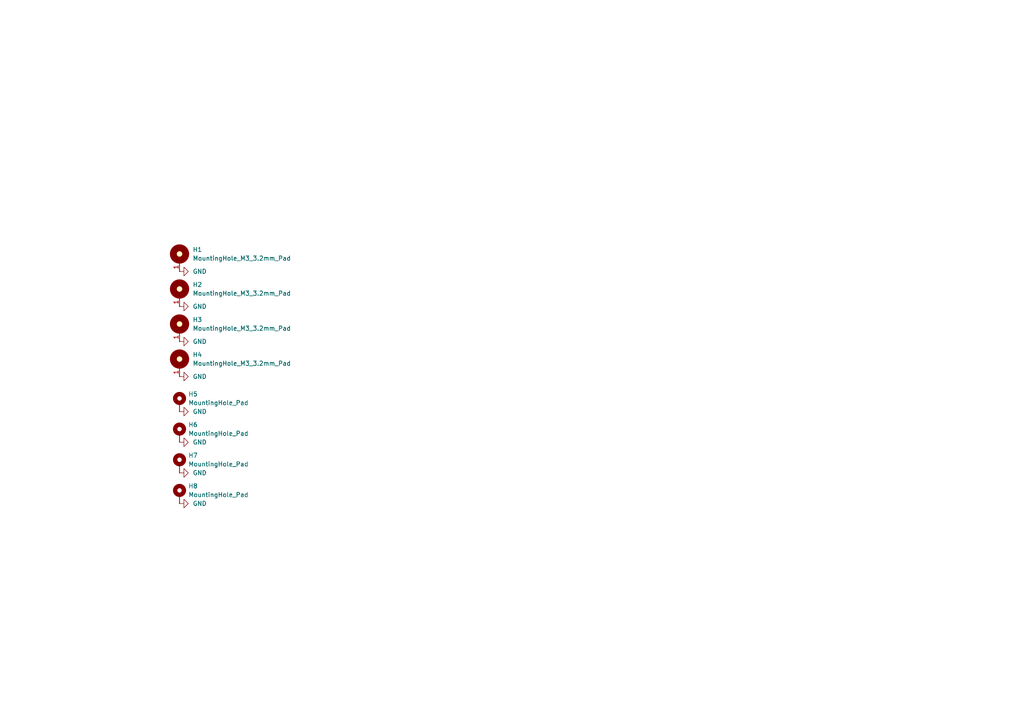
<source format=kicad_sch>
(kicad_sch (version 20231120) (generator "eeschema") (generator_version "8.0")
  (paper "A4")
  (lib_symbols
    (symbol "Mechanical:MountingHole_Pad" (pin_numbers hide) (pin_names (offset 1.016) hide) (exclude_from_sim yes) (in_bom no)
      (property "Reference" "H" (at 0 6.35 0))
      (property "Value" "MountingHole_Pad" (at 0 4.445 0))
      (symbol "MountingHole_Pad_0_1"
        (circle (center 0 1.27) (radius 1.27) (stroke (width 1.27)))
      )
      (symbol "MountingHole_Pad_1_1"
        (pin input line (at 0 -2.54 90) (length 2.54) (name "1") (number "1"))
      )
    )
    (symbol "PCM_SL_Mechanical:MountingHole_M3_3.2mm_Pad"
      (property "Reference" "H" (at 0 7.62 0))
      (property "Value" "MountingHole_M3_3.2mm_Pad" (at 0 5.08 0))
      (symbol "MountingHole_M3_3.2mm_Pad_0_1"
        (circle (center 0 0) (radius 1.27) (fill (type background)))
        (circle (center 0 0) (radius 1.7961) (stroke (width 2)))
      )
      (symbol "MountingHole_M3_3.2mm_Pad_1_1"
        (pin passive line (at 0 -5.08 90) (length 2.54) (name "") (number "1"))
      )
    )
    (symbol "power:GND" (power) (pin_numbers hide) (pin_names (offset 0) hide)
      (property "Value" "GND" (at 0 -3.81 0))
      (symbol "GND_0_1"
        (polyline (pts (xy 0 0) (xy 0 -1.27) (xy 1.27 -1.27) (xy 0 -2.54) (xy -1.27 -1.27) (xy 0 -1.27)))
      )
      (symbol "GND_1_1"
        (pin power_in line (at 0 0 270) (length 0) (name "~") (number "1"))
      )
    )
  )
  (symbol (lib_id "Mechanical:MountingHole_Pad") (at 52.07 143.51 0) (unit 1) (exclude_from_sim yes) (in_bom no)
    (property "Reference" "H8" (at 54.61 140.9699 0) (effects (justify left)))
    (property "Value" "MountingHole_Pad" (at 54.61 143.5099 0) (effects (justify left)))
    (property "Footprint" "MountingHole:MountingHole_2.2mm_M2_ISO7380_Pad" (effects (hide yes)))
    (property "Description" "Mounting Hole with connection" (effects (hide yes)))
  )
  (symbol (lib_id "power:GND") (at 52.07 88.9 90) (unit 1)
    (property "Reference" "#PWR02" (effects (hide yes)))
    (property "Value" "GND" (at 55.88 88.8999 90) (effects (justify right)))
    (property "Description" "Power symbol creates a global label with name \"GND\" , ground" (effects (hide yes)))
  )
  (symbol (lib_id "power:GND") (at 52.07 137.16 90) (unit 1)
    (property "Reference" "#PWR07" (effects (hide yes)))
    (property "Value" "GND" (at 55.88 137.1599 90) (effects (justify right)))
    (property "Description" "Power symbol creates a global label with name \"GND\" , ground" (effects (hide yes)))
  )
  (symbol (lib_id "power:GND") (at 52.07 119.38 90) (unit 1)
    (property "Reference" "#PWR05" (effects (hide yes)))
    (property "Value" "GND" (at 55.88 119.3799 90) (effects (justify right)))
    (property "Description" "Power symbol creates a global label with name \"GND\" , ground" (effects (hide yes)))
  )
  (symbol (lib_id "power:GND") (at 52.07 128.27 90) (unit 1)
    (property "Reference" "#PWR06" (effects (hide yes)))
    (property "Value" "GND" (at 55.88 128.2699 90) (effects (justify right)))
    (property "Description" "Power symbol creates a global label with name \"GND\" , ground" (effects (hide yes)))
  )
  (symbol (lib_id "PCM_SL_Mechanical:MountingHole_M3_3.2mm_Pad") (at 52.07 83.82 0) (unit 1)
    (property "Reference" "H2" (at 55.88 82.5499 0) (effects (justify left)))
    (property "Value" "MountingHole_M3_3.2mm_Pad" (at 55.88 85.0899 0) (effects (justify left)))
    (property "Footprint" "PCM_SL_Mechanical:MountingHole_3.2mm_Pad" (effects (hide yes)))
    (property "Description" "3.2mm Diameter Mounting Hole Pad (M3)" (effects (hide yes)))
  )
  (symbol (lib_id "Mechanical:MountingHole_Pad") (at 52.07 116.84 0) (unit 1) (exclude_from_sim yes) (in_bom no)
    (property "Reference" "H5" (at 54.61 114.2999 0) (effects (justify left)))
    (property "Value" "MountingHole_Pad" (at 54.61 116.8399 0) (effects (justify left)))
    (property "Footprint" "MountingHole:MountingHole_2.2mm_M2_ISO7380_Pad" (effects (hide yes)))
    (property "Description" "Mounting Hole with connection" (effects (hide yes)))
  )
  (symbol (lib_id "power:GND") (at 52.07 109.22 90) (unit 1)
    (property "Reference" "#PWR04" (effects (hide yes)))
    (property "Value" "GND" (at 55.88 109.2199 90) (effects (justify right)))
    (property "Description" "Power symbol creates a global label with name \"GND\" , ground" (effects (hide yes)))
  )
  (symbol (lib_id "PCM_SL_Mechanical:MountingHole_M3_3.2mm_Pad") (at 52.07 104.14 0) (unit 1)
    (property "Reference" "H4" (at 55.88 102.8699 0) (effects (justify left)))
    (property "Value" "MountingHole_M3_3.2mm_Pad" (at 55.88 105.4099 0) (effects (justify left)))
    (property "Footprint" "PCM_SL_Mechanical:MountingHole_3.2mm_Pad" (effects (hide yes)))
    (property "Description" "3.2mm Diameter Mounting Hole Pad (M3)" (effects (hide yes)))
  )
  (symbol (lib_id "power:GND") (at 52.07 99.06 90) (unit 1)
    (property "Reference" "#PWR03" (effects (hide yes)))
    (property "Value" "GND" (at 55.88 99.0599 90) (effects (justify right)))
    (property "Description" "Power symbol creates a global label with name \"GND\" , ground" (effects (hide yes)))
  )
  (symbol (lib_id "Mechanical:MountingHole_Pad") (at 52.07 125.73 0) (unit 1) (exclude_from_sim yes) (in_bom no)
    (property "Reference" "H6" (at 54.61 123.1899 0) (effects (justify left)))
    (property "Value" "MountingHole_Pad" (at 54.61 125.7299 0) (effects (justify left)))
    (property "Footprint" "MountingHole:MountingHole_2.2mm_M2_ISO7380_Pad" (effects (hide yes)))
    (property "Description" "Mounting Hole with connection" (effects (hide yes)))
  )
  (symbol (lib_id "PCM_SL_Mechanical:MountingHole_M3_3.2mm_Pad") (at 52.07 73.66 0) (unit 1)
    (property "Reference" "H1" (at 55.88 72.3899 0) (effects (justify left)))
    (property "Value" "MountingHole_M3_3.2mm_Pad" (at 55.88 74.9299 0) (effects (justify left)))
    (property "Footprint" "PCM_SL_Mechanical:MountingHole_3.2mm_Pad" (effects (hide yes)))
    (property "Description" "3.2mm Diameter Mounting Hole Pad (M3)" (effects (hide yes)))
  )
  (symbol (lib_id "Mechanical:MountingHole_Pad") (at 52.07 134.62 0) (unit 1) (exclude_from_sim yes) (in_bom no)
    (property "Reference" "H7" (at 54.61 132.0799 0) (effects (justify left)))
    (property "Value" "MountingHole_Pad" (at 54.61 134.6199 0) (effects (justify left)))
    (property "Footprint" "MountingHole:MountingHole_2.2mm_M2_ISO7380_Pad" (effects (hide yes)))
    (property "Description" "Mounting Hole with connection" (effects (hide yes)))
  )
  (symbol (lib_id "power:GND") (at 52.07 78.74 90) (unit 1)
    (property "Reference" "#PWR01" (effects (hide yes)))
    (property "Value" "GND" (at 55.88 78.7399 90) (effects (justify right)))
    (property "Description" "Power symbol creates a global label with name \"GND\" , ground" (effects (hide yes)))
  )
  (symbol (lib_id "power:GND") (at 52.07 146.05 90) (unit 1)
    (property "Reference" "#PWR08" (effects (hide yes)))
    (property "Value" "GND" (at 55.88 146.0499 90) (effects (justify right)))
    (property "Description" "Power symbol creates a global label with name \"GND\" , ground" (effects (hide yes)))
  )
  (symbol (lib_id "PCM_SL_Mechanical:MountingHole_M3_3.2mm_Pad") (at 52.07 93.98 0) (unit 1)
    (property "Reference" "H3" (at 55.88 92.7099 0) (effects (justify left)))
    (property "Value" "MountingHole_M3_3.2mm_Pad" (at 55.88 95.2499 0) (effects (justify left)))
    (property "Footprint" "PCM_SL_Mechanical:MountingHole_3.2mm_Pad" (effects (hide yes)))
    (property "Description" "3.2mm Diameter Mounting Hole Pad (M3)" (effects (hide yes)))
  )
)
</source>
